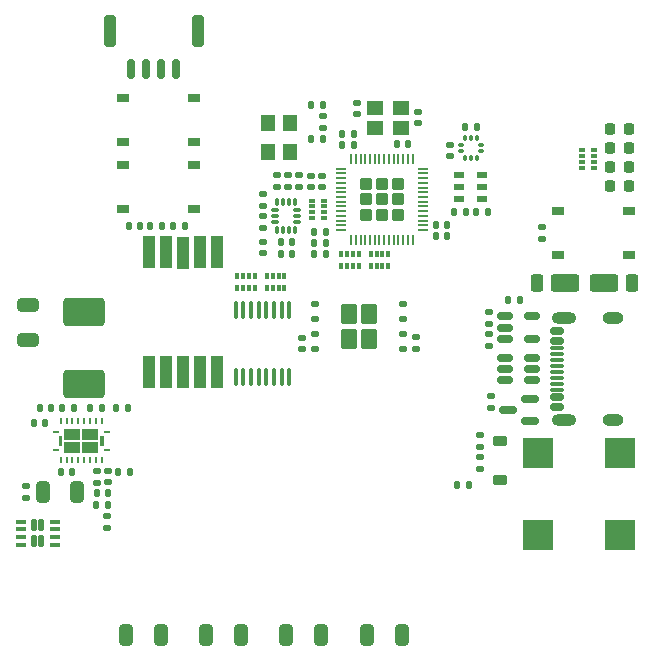
<source format=gbr>
%TF.GenerationSoftware,KiCad,Pcbnew,8.0.9-8.0.9-0~ubuntu24.04.1*%
%TF.CreationDate,2025-04-13T18:50:20+05:00*%
%TF.ProjectId,ThetaAnomalain,54686574-6141-46e6-9f6d-616c61696e2e,rev?*%
%TF.SameCoordinates,Original*%
%TF.FileFunction,Paste,Top*%
%TF.FilePolarity,Positive*%
%FSLAX46Y46*%
G04 Gerber Fmt 4.6, Leading zero omitted, Abs format (unit mm)*
G04 Created by KiCad (PCBNEW 8.0.9-8.0.9-0~ubuntu24.04.1) date 2025-04-13 18:50:20*
%MOMM*%
%LPD*%
G01*
G04 APERTURE LIST*
G04 Aperture macros list*
%AMRoundRect*
0 Rectangle with rounded corners*
0 $1 Rounding radius*
0 $2 $3 $4 $5 $6 $7 $8 $9 X,Y pos of 4 corners*
0 Add a 4 corners polygon primitive as box body*
4,1,4,$2,$3,$4,$5,$6,$7,$8,$9,$2,$3,0*
0 Add four circle primitives for the rounded corners*
1,1,$1+$1,$2,$3*
1,1,$1+$1,$4,$5*
1,1,$1+$1,$6,$7*
1,1,$1+$1,$8,$9*
0 Add four rect primitives between the rounded corners*
20,1,$1+$1,$2,$3,$4,$5,0*
20,1,$1+$1,$4,$5,$6,$7,0*
20,1,$1+$1,$6,$7,$8,$9,0*
20,1,$1+$1,$8,$9,$2,$3,0*%
G04 Aperture macros list end*
%ADD10C,0.000000*%
%ADD11RoundRect,0.218750X0.218750X0.256250X-0.218750X0.256250X-0.218750X-0.256250X0.218750X-0.256250X0*%
%ADD12RoundRect,0.135000X-0.185000X0.135000X-0.185000X-0.135000X0.185000X-0.135000X0.185000X0.135000X0*%
%ADD13O,0.599999X0.240000*%
%ADD14O,0.240000X0.599999*%
%ADD15RoundRect,0.135000X0.185000X-0.135000X0.185000X0.135000X-0.185000X0.135000X-0.185000X-0.135000X0*%
%ADD16RoundRect,0.250000X-0.325000X-0.650000X0.325000X-0.650000X0.325000X0.650000X-0.325000X0.650000X0*%
%ADD17R,1.000000X0.750000*%
%ADD18RoundRect,0.225000X-0.375000X0.225000X-0.375000X-0.225000X0.375000X-0.225000X0.375000X0.225000X0*%
%ADD19RoundRect,0.135000X-0.135000X-0.185000X0.135000X-0.185000X0.135000X0.185000X-0.135000X0.185000X0*%
%ADD20RoundRect,0.135000X0.135000X0.185000X-0.135000X0.185000X-0.135000X-0.185000X0.135000X-0.185000X0*%
%ADD21RoundRect,0.100000X-0.100000X0.637500X-0.100000X-0.637500X0.100000X-0.637500X0.100000X0.637500X0*%
%ADD22RoundRect,0.150000X0.587500X0.150000X-0.587500X0.150000X-0.587500X-0.150000X0.587500X-0.150000X0*%
%ADD23RoundRect,0.140000X0.140000X0.170000X-0.140000X0.170000X-0.140000X-0.170000X0.140000X-0.170000X0*%
%ADD24RoundRect,0.250000X-1.500000X0.925000X-1.500000X-0.925000X1.500000X-0.925000X1.500000X0.925000X0*%
%ADD25RoundRect,0.147500X0.172500X-0.147500X0.172500X0.147500X-0.172500X0.147500X-0.172500X-0.147500X0*%
%ADD26RoundRect,0.140000X0.170000X-0.140000X0.170000X0.140000X-0.170000X0.140000X-0.170000X-0.140000X0*%
%ADD27RoundRect,0.140000X-0.170000X0.140000X-0.170000X-0.140000X0.170000X-0.140000X0.170000X0.140000X0*%
%ADD28RoundRect,0.140000X-0.140000X-0.170000X0.140000X-0.170000X0.140000X0.170000X-0.140000X0.170000X0*%
%ADD29R,1.200000X1.400000*%
%ADD30R,1.000000X2.800000*%
%ADD31R,0.400000X0.500000*%
%ADD32R,0.300000X0.500000*%
%ADD33RoundRect,0.000000X-0.400000X-0.250000X0.400000X-0.250000X0.400000X0.250000X-0.400000X0.250000X0*%
%ADD34RoundRect,0.250000X0.650000X-0.325000X0.650000X0.325000X-0.650000X0.325000X-0.650000X-0.325000X0*%
%ADD35R,0.500000X0.400000*%
%ADD36R,0.500000X0.300000*%
%ADD37R,2.500000X2.500000*%
%ADD38RoundRect,0.087500X-0.087500X0.225000X-0.087500X-0.225000X0.087500X-0.225000X0.087500X0.225000X0*%
%ADD39RoundRect,0.087500X-0.225000X0.087500X-0.225000X-0.087500X0.225000X-0.087500X0.225000X0.087500X0*%
%ADD40RoundRect,0.150000X0.150000X0.700000X-0.150000X0.700000X-0.150000X-0.700000X0.150000X-0.700000X0*%
%ADD41RoundRect,0.250000X0.250000X1.100000X-0.250000X1.100000X-0.250000X-1.100000X0.250000X-1.100000X0*%
%ADD42RoundRect,0.150000X-0.512500X-0.150000X0.512500X-0.150000X0.512500X0.150000X-0.512500X0.150000X0*%
%ADD43R,1.400000X1.200000*%
%ADD44RoundRect,0.125000X-0.125000X-0.420000X0.125000X-0.420000X0.125000X0.420000X-0.125000X0.420000X0*%
%ADD45RoundRect,0.075000X-0.362500X-0.075000X0.362500X-0.075000X0.362500X0.075000X-0.362500X0.075000X0*%
%ADD46RoundRect,0.150000X0.512500X0.150000X-0.512500X0.150000X-0.512500X-0.150000X0.512500X-0.150000X0*%
%ADD47RoundRect,0.250000X-0.285000X-0.285000X0.285000X-0.285000X0.285000X0.285000X-0.285000X0.285000X0*%
%ADD48RoundRect,0.050000X-0.350000X-0.050000X0.350000X-0.050000X0.350000X0.050000X-0.350000X0.050000X0*%
%ADD49RoundRect,0.050000X-0.050000X-0.350000X0.050000X-0.350000X0.050000X0.350000X-0.050000X0.350000X0*%
%ADD50RoundRect,0.250000X0.435000X0.615000X-0.435000X0.615000X-0.435000X-0.615000X0.435000X-0.615000X0*%
%ADD51RoundRect,0.125000X0.200000X0.125000X-0.200000X0.125000X-0.200000X-0.125000X0.200000X-0.125000X0*%
%ADD52RoundRect,0.250000X-0.950000X-0.500000X0.950000X-0.500000X0.950000X0.500000X-0.950000X0.500000X0*%
%ADD53RoundRect,0.250000X-0.275000X-0.500000X0.275000X-0.500000X0.275000X0.500000X-0.275000X0.500000X0*%
%ADD54RoundRect,0.250000X0.950000X0.500000X-0.950000X0.500000X-0.950000X-0.500000X0.950000X-0.500000X0*%
%ADD55RoundRect,0.250000X0.275000X0.500000X-0.275000X0.500000X-0.275000X-0.500000X0.275000X-0.500000X0*%
%ADD56RoundRect,0.045000X0.205000X-0.105000X0.205000X0.105000X-0.205000X0.105000X-0.205000X-0.105000X0*%
%ADD57RoundRect,0.045000X0.105000X-0.205000X0.105000X0.205000X-0.105000X0.205000X-0.105000X-0.205000X0*%
%ADD58RoundRect,0.150000X0.425000X-0.150000X0.425000X0.150000X-0.425000X0.150000X-0.425000X-0.150000X0*%
%ADD59RoundRect,0.075000X0.500000X-0.075000X0.500000X0.075000X-0.500000X0.075000X-0.500000X-0.075000X0*%
%ADD60O,2.100000X1.000000*%
%ADD61O,1.800000X1.000000*%
%ADD62RoundRect,0.250000X0.325000X0.650000X-0.325000X0.650000X-0.325000X-0.650000X0.325000X-0.650000X0*%
G04 APERTURE END LIST*
D10*
%TO.C,U2*%
G36*
X78722003Y-110990081D02*
G01*
X78425004Y-110990081D01*
X78425004Y-110210080D01*
X78722003Y-110210080D01*
X78722003Y-110990081D01*
G37*
G36*
X80250004Y-111616999D02*
G01*
X78922003Y-111616999D01*
X78922003Y-110699998D01*
X80250004Y-110699998D01*
X80250004Y-111616999D01*
G37*
G36*
X80250004Y-110499998D02*
G01*
X78922003Y-110499998D01*
X78922003Y-109582997D01*
X80250004Y-109582997D01*
X80250004Y-110499998D01*
G37*
G36*
X81778002Y-111616999D02*
G01*
X80450001Y-111616999D01*
X80450001Y-110699998D01*
X81778002Y-110699998D01*
X81778002Y-111616999D01*
G37*
G36*
X81778002Y-110499998D02*
G01*
X80450001Y-110499998D01*
X80450001Y-109582997D01*
X81778002Y-109582997D01*
X81778002Y-110499998D01*
G37*
G36*
X82275001Y-110990081D02*
G01*
X81978001Y-110990081D01*
X81978001Y-110210080D01*
X82275001Y-110210080D01*
X82275001Y-110990081D01*
G37*
%TD*%
D11*
%TO.C,D8*%
X126687500Y-89000000D03*
X125112500Y-89000000D03*
%TD*%
D12*
%TO.C,R5*%
X81650000Y-113130080D03*
X81650000Y-114150080D03*
%TD*%
D13*
%TO.C,U2*%
X82500002Y-109850078D03*
D14*
X82099921Y-108949999D03*
X81599922Y-108949999D03*
X81099921Y-108949999D03*
X80599922Y-108949999D03*
X80099923Y-108949999D03*
X79599921Y-108949999D03*
X79099922Y-108949999D03*
X78599921Y-108949999D03*
D13*
X78200000Y-109850078D03*
X78200000Y-111350080D03*
D14*
X78599921Y-112249997D03*
X79099922Y-112249997D03*
X79599921Y-112249997D03*
X80099923Y-112249997D03*
X80599922Y-112249997D03*
X81099921Y-112249997D03*
X81599922Y-112249997D03*
X82099921Y-112249997D03*
D13*
X82500002Y-111350080D03*
%TD*%
D15*
%TO.C,R6*%
X114850000Y-102560000D03*
X114850000Y-101540000D03*
%TD*%
D16*
%TO.C,C29*%
X90925000Y-127000000D03*
X93875000Y-127000000D03*
%TD*%
D17*
%TO.C,SW3*%
X89900000Y-85275000D03*
X83900000Y-85275000D03*
X89900000Y-81525000D03*
X83900000Y-81525000D03*
%TD*%
D18*
%TO.C,D3*%
X115800000Y-110650000D03*
X115800000Y-113950000D03*
%TD*%
D19*
%TO.C,R7*%
X83490000Y-113250080D03*
X84510000Y-113250080D03*
%TD*%
D15*
%TO.C,R9*%
X114100000Y-113010000D03*
X114100000Y-111990000D03*
%TD*%
D20*
%TO.C,R13*%
X113200000Y-114350000D03*
X112180000Y-114350000D03*
%TD*%
D16*
%TO.C,C30*%
X97725000Y-127000000D03*
X100675000Y-127000000D03*
%TD*%
D17*
%TO.C,SW2*%
X89900000Y-90975000D03*
X83900000Y-90975000D03*
X89900000Y-87225000D03*
X83900000Y-87225000D03*
%TD*%
D21*
%TO.C,U9*%
X97975000Y-99475000D03*
X97325000Y-99475000D03*
X96675000Y-99475000D03*
X96025000Y-99475000D03*
X95375000Y-99475000D03*
X94725000Y-99475000D03*
X94075000Y-99475000D03*
X93425000Y-99475000D03*
X93425000Y-105200000D03*
X94075000Y-105200000D03*
X94725000Y-105200000D03*
X95375000Y-105200000D03*
X96025000Y-105200000D03*
X96675000Y-105200000D03*
X97325000Y-105200000D03*
X97975000Y-105200000D03*
%TD*%
D15*
%TO.C,R14*%
X115000000Y-107800000D03*
X115000000Y-106780000D03*
%TD*%
D12*
%TO.C,R8*%
X114100000Y-110090000D03*
X114100000Y-111110000D03*
%TD*%
D22*
%TO.C,Q1*%
X118337500Y-108950000D03*
X118337500Y-107050000D03*
X116462500Y-108000000D03*
%TD*%
D23*
%TO.C,C32*%
X79580000Y-113250080D03*
X78620000Y-113250080D03*
%TD*%
D24*
%TO.C,L2*%
X80600000Y-99725000D03*
X80600000Y-105775000D03*
%TD*%
D25*
%TO.C,L1*%
X99800000Y-89120000D03*
X99800000Y-88150000D03*
%TD*%
D26*
%TO.C,C2*%
X96900000Y-89080000D03*
X96900000Y-88120000D03*
%TD*%
D27*
%TO.C,C5*%
X100750000Y-88150000D03*
X100750000Y-89110000D03*
%TD*%
D28*
%TO.C,C1*%
X78740000Y-107850080D03*
X79700000Y-107850080D03*
%TD*%
D16*
%TO.C,C26*%
X84125000Y-127000000D03*
X87075000Y-127000000D03*
%TD*%
D28*
%TO.C,C15*%
X107040000Y-85450000D03*
X108000000Y-85450000D03*
%TD*%
D15*
%TO.C,R10*%
X95700000Y-90700000D03*
X95700000Y-89680000D03*
%TD*%
D20*
%TO.C,R12*%
X114750000Y-91200000D03*
X113730000Y-91200000D03*
%TD*%
D29*
%TO.C,Y2*%
X96150000Y-83700000D03*
X96150000Y-86100000D03*
X98050000Y-86100000D03*
X98050000Y-83700000D03*
%TD*%
D28*
%TO.C,C11*%
X102440000Y-85550000D03*
X103400000Y-85550000D03*
%TD*%
D27*
%TO.C,C37*%
X95700000Y-93770000D03*
X95700000Y-94730000D03*
%TD*%
D15*
%TO.C,R20*%
X75700000Y-115460000D03*
X75700000Y-114440000D03*
%TD*%
D30*
%TO.C,U8*%
X86120000Y-104740000D03*
X87560000Y-104730000D03*
X89000000Y-104750000D03*
X90440000Y-104740000D03*
X91880000Y-104740000D03*
X91880000Y-94640000D03*
X90440000Y-94640000D03*
X89000000Y-94650000D03*
X87560000Y-94630000D03*
X86120000Y-94640000D03*
%TD*%
D15*
%TO.C,R1*%
X82550000Y-117960000D03*
X82550000Y-116940000D03*
%TD*%
D11*
%TO.C,D7*%
X126687500Y-87400000D03*
X125112500Y-87400000D03*
%TD*%
D31*
%TO.C,RN6*%
X104850000Y-95750000D03*
D32*
X105350000Y-95750000D03*
X105850000Y-95750000D03*
D31*
X106350000Y-95750000D03*
X106350000Y-94750000D03*
D32*
X105850000Y-94750000D03*
X105350000Y-94750000D03*
D31*
X104850000Y-94750000D03*
%TD*%
D11*
%TO.C,D5*%
X126687500Y-84200000D03*
X125112500Y-84200000D03*
%TD*%
D28*
%TO.C,C20*%
X76320000Y-109050080D03*
X77280000Y-109050080D03*
%TD*%
D27*
%TO.C,C24*%
X95700000Y-91597500D03*
X95700000Y-92557500D03*
%TD*%
%TO.C,C16*%
X114850000Y-99720000D03*
X114850000Y-100680000D03*
%TD*%
D33*
%TO.C,U6*%
X112290000Y-88100000D03*
X112290000Y-89100000D03*
X112290000Y-90100000D03*
X114290000Y-90100000D03*
X114290000Y-89100000D03*
X114290000Y-88100000D03*
%TD*%
D34*
%TO.C,C9*%
X75850000Y-102075000D03*
X75850000Y-99125000D03*
%TD*%
D15*
%TO.C,R17*%
X108700000Y-102860000D03*
X108700000Y-101840000D03*
%TD*%
D20*
%TO.C,R15*%
X87210000Y-92400000D03*
X86190000Y-92400000D03*
%TD*%
D23*
%TO.C,C12*%
X117480000Y-98700000D03*
X116520000Y-98700000D03*
%TD*%
D28*
%TO.C,C6*%
X110370000Y-92300000D03*
X111330000Y-92300000D03*
%TD*%
D26*
%TO.C,C34*%
X99050000Y-102830000D03*
X99050000Y-101870000D03*
%TD*%
D28*
%TO.C,C7*%
X110370000Y-93250000D03*
X111330000Y-93250000D03*
%TD*%
D35*
%TO.C,RN1*%
X100900000Y-91750000D03*
D36*
X100900000Y-91250000D03*
X100900000Y-90750000D03*
D35*
X100900000Y-90250000D03*
X99900000Y-90250000D03*
D36*
X99900000Y-90750000D03*
X99900000Y-91250000D03*
D35*
X99900000Y-91750000D03*
%TD*%
D19*
%TO.C,R11*%
X111870000Y-91200000D03*
X112890000Y-91200000D03*
%TD*%
D20*
%TO.C,R16*%
X89100000Y-92400000D03*
X88080000Y-92400000D03*
%TD*%
D28*
%TO.C,C10*%
X102440000Y-84600000D03*
X103400000Y-84600000D03*
%TD*%
D37*
%TO.C,BZ1*%
X119000000Y-111600000D03*
X119000000Y-118600000D03*
X126000000Y-118600000D03*
X126000000Y-111600000D03*
%TD*%
D26*
%TO.C,C25*%
X111590000Y-86480000D03*
X111590000Y-85520000D03*
%TD*%
D38*
%TO.C,U5*%
X98450000Y-90387500D03*
X97950000Y-90387500D03*
X97450000Y-90387500D03*
X96950000Y-90387500D03*
D39*
X96787500Y-91050000D03*
X96787500Y-91550000D03*
X96787500Y-92050000D03*
D38*
X96950000Y-92712500D03*
X97450000Y-92712500D03*
X97950000Y-92712500D03*
X98450000Y-92712500D03*
D39*
X98612500Y-92050000D03*
X98612500Y-91550000D03*
X98612500Y-91050000D03*
%TD*%
D40*
%TO.C,J2*%
X88350000Y-79100000D03*
X87100000Y-79100000D03*
X85850000Y-79100000D03*
X84600000Y-79100000D03*
D41*
X90200000Y-75900000D03*
X82750000Y-75900000D03*
%TD*%
D42*
%TO.C,U1*%
X116262500Y-100050000D03*
X116262500Y-101000000D03*
X116262500Y-101950000D03*
X118537500Y-101950000D03*
X118537500Y-100050000D03*
%TD*%
D23*
%TO.C,C8*%
X101030000Y-94800000D03*
X100070000Y-94800000D03*
%TD*%
D28*
%TO.C,C19*%
X83320000Y-107850080D03*
X84280000Y-107850080D03*
%TD*%
D43*
%TO.C,Y1*%
X107380000Y-82385000D03*
X105180000Y-82385000D03*
X105180000Y-84085000D03*
X107380000Y-84085000D03*
%TD*%
D12*
%TO.C,R4*%
X119400000Y-92490000D03*
X119400000Y-93510000D03*
%TD*%
D17*
%TO.C,SW1*%
X126700000Y-94875000D03*
X120700000Y-94875000D03*
X126700000Y-91125000D03*
X120700000Y-91125000D03*
%TD*%
D28*
%TO.C,C21*%
X112860000Y-84050000D03*
X113820000Y-84050000D03*
%TD*%
D20*
%TO.C,R19*%
X101060000Y-92900000D03*
X100040000Y-92900000D03*
%TD*%
D23*
%TO.C,C33*%
X85310000Y-92400000D03*
X84350000Y-92400000D03*
%TD*%
%TO.C,C35*%
X100800000Y-85000000D03*
X99840000Y-85000000D03*
%TD*%
D31*
%TO.C,RN5*%
X93550000Y-97637500D03*
D32*
X94050000Y-97637500D03*
X94550000Y-97637500D03*
D31*
X95050000Y-97637500D03*
X95050000Y-96637500D03*
D32*
X94550000Y-96637500D03*
X94050000Y-96637500D03*
D31*
X93550000Y-96637500D03*
%TD*%
D44*
%TO.C,Q2*%
X76352500Y-117725000D03*
X76352500Y-119075000D03*
X76972500Y-117725000D03*
X76972500Y-119075000D03*
D45*
X78100000Y-117425000D03*
X78100000Y-118075000D03*
X78100000Y-118725000D03*
X78100000Y-119375000D03*
X75225000Y-117425000D03*
X75225000Y-118075000D03*
X75225000Y-118725000D03*
X75225000Y-119375000D03*
%TD*%
D46*
%TO.C,U3*%
X118537500Y-105450000D03*
X118537500Y-104500000D03*
X118537500Y-103550000D03*
X116262500Y-103550000D03*
X116262500Y-104500000D03*
X116262500Y-105450000D03*
%TD*%
D31*
%TO.C,RN4*%
X96050000Y-97637500D03*
D32*
X96550000Y-97637500D03*
X97050000Y-97637500D03*
D31*
X97550000Y-97637500D03*
X97550000Y-96637500D03*
D32*
X97050000Y-96637500D03*
X96550000Y-96637500D03*
D31*
X96050000Y-96637500D03*
%TD*%
D47*
%TO.C,U4*%
X104470000Y-88820000D03*
X104470000Y-90150000D03*
X104470000Y-91480000D03*
X105800000Y-88820000D03*
X105800000Y-90150000D03*
X105800000Y-91480000D03*
X107130000Y-88820000D03*
X107130000Y-90150000D03*
X107130000Y-91480000D03*
D48*
X102350000Y-87550000D03*
X102350000Y-87950000D03*
X102350000Y-88350000D03*
X102350000Y-88750000D03*
X102350000Y-89150000D03*
X102350000Y-89550000D03*
X102350000Y-89950000D03*
X102350000Y-90350000D03*
X102350000Y-90750000D03*
X102350000Y-91150000D03*
X102350000Y-91550000D03*
X102350000Y-91950000D03*
X102350000Y-92350000D03*
X102350000Y-92750000D03*
D49*
X103200000Y-93600000D03*
X103600000Y-93600000D03*
X104000000Y-93600000D03*
X104400000Y-93600000D03*
X104800000Y-93600000D03*
X105200000Y-93600000D03*
X105600000Y-93600000D03*
X106000000Y-93600000D03*
X106400000Y-93600000D03*
X106800000Y-93600000D03*
X107200000Y-93600000D03*
X107600000Y-93600000D03*
X108000000Y-93600000D03*
X108400000Y-93600000D03*
D48*
X109250000Y-92750000D03*
X109250000Y-92350000D03*
X109250000Y-91950000D03*
X109250000Y-91550000D03*
X109250000Y-91150000D03*
X109250000Y-90750000D03*
X109250000Y-90350000D03*
X109250000Y-89950000D03*
X109250000Y-89550000D03*
X109250000Y-89150000D03*
X109250000Y-88750000D03*
X109250000Y-88350000D03*
X109250000Y-87950000D03*
X109250000Y-87550000D03*
D49*
X108400000Y-86700000D03*
X108000000Y-86700000D03*
X107600000Y-86700000D03*
X107200000Y-86700000D03*
X106800000Y-86700000D03*
X106400000Y-86700000D03*
X106000000Y-86700000D03*
X105600000Y-86700000D03*
X105200000Y-86700000D03*
X104800000Y-86700000D03*
X104400000Y-86700000D03*
X104000000Y-86700000D03*
X103600000Y-86700000D03*
X103200000Y-86700000D03*
%TD*%
D23*
%TO.C,C13*%
X82600000Y-115050080D03*
X81640000Y-115050080D03*
%TD*%
D26*
%TO.C,C18*%
X82600000Y-114110080D03*
X82600000Y-113150080D03*
%TD*%
D50*
%TO.C,U10*%
X104700000Y-102000000D03*
X104700000Y-99850000D03*
X103000000Y-102000000D03*
X103000000Y-99850000D03*
D51*
X107600000Y-102830000D03*
X107600000Y-101560000D03*
X107600000Y-100290000D03*
X107600000Y-99020000D03*
X100100000Y-99020000D03*
X100100000Y-100290000D03*
X100100000Y-101560000D03*
X100100000Y-102830000D03*
%TD*%
D23*
%TO.C,C17*%
X77800000Y-107850080D03*
X76840000Y-107850080D03*
%TD*%
D28*
%TO.C,C22*%
X97220000Y-93787500D03*
X98180000Y-93787500D03*
%TD*%
D52*
%TO.C,D2*%
X121275000Y-97200000D03*
D53*
X118900000Y-97200000D03*
%TD*%
D54*
%TO.C,D1*%
X124600000Y-97200000D03*
D55*
X126975000Y-97200000D03*
%TD*%
D25*
%TO.C,L3*%
X100800000Y-84085000D03*
X100800000Y-83115000D03*
%TD*%
D56*
%TO.C,U7*%
X112469000Y-85531000D03*
X112469000Y-86031000D03*
D57*
X112840000Y-86650000D03*
X113340000Y-86650000D03*
X113840000Y-86650000D03*
D56*
X114211000Y-86031000D03*
X114211000Y-85531000D03*
D57*
X113840000Y-84912000D03*
X113340000Y-84912000D03*
X112840000Y-84912000D03*
%TD*%
D28*
%TO.C,C23*%
X97220000Y-94737500D03*
X98180000Y-94737500D03*
%TD*%
D31*
%TO.C,RN3*%
X103850000Y-94750000D03*
D32*
X103350000Y-94750000D03*
X102850000Y-94750000D03*
D31*
X102350000Y-94750000D03*
X102350000Y-95750000D03*
D32*
X102850000Y-95750000D03*
X103350000Y-95750000D03*
D31*
X103850000Y-95750000D03*
%TD*%
D58*
%TO.C,J1*%
X120620000Y-107700000D03*
X120620000Y-106900000D03*
D59*
X120620000Y-105750000D03*
X120620000Y-104750000D03*
X120620000Y-104250000D03*
X120620000Y-103250000D03*
D58*
X120620000Y-102100000D03*
X120620000Y-101300000D03*
X120620000Y-101300000D03*
X120620000Y-102100000D03*
D59*
X120620000Y-102750000D03*
X120620000Y-103750000D03*
X120620000Y-105250000D03*
X120620000Y-106250000D03*
D58*
X120620000Y-106900000D03*
X120620000Y-107700000D03*
D60*
X121195000Y-108820000D03*
D61*
X125375000Y-108820000D03*
D60*
X121195000Y-100180000D03*
D61*
X125375000Y-100180000D03*
%TD*%
D23*
%TO.C,C36*%
X100780000Y-82200000D03*
X99820000Y-82200000D03*
%TD*%
D19*
%TO.C,R18*%
X100040000Y-93850000D03*
X101060000Y-93850000D03*
%TD*%
D16*
%TO.C,C31*%
X104525000Y-127000000D03*
X107475000Y-127000000D03*
%TD*%
D19*
%TO.C,R3*%
X81580000Y-116000080D03*
X82600000Y-116000080D03*
%TD*%
D35*
%TO.C,RN2*%
X123750000Y-87500000D03*
D36*
X123750000Y-87000000D03*
X123750000Y-86500000D03*
D35*
X123750000Y-86000000D03*
X122750000Y-86000000D03*
D36*
X122750000Y-86500000D03*
X122750000Y-87000000D03*
D35*
X122750000Y-87500000D03*
%TD*%
D26*
%TO.C,C4*%
X98800000Y-89080000D03*
X98800000Y-88120000D03*
%TD*%
D19*
%TO.C,R2*%
X81090000Y-107850080D03*
X82110000Y-107850080D03*
%TD*%
D62*
%TO.C,C14*%
X80025000Y-114950080D03*
X77075000Y-114950080D03*
%TD*%
D26*
%TO.C,C3*%
X97850000Y-89080000D03*
X97850000Y-88120000D03*
%TD*%
D11*
%TO.C,D6*%
X126687500Y-85800000D03*
X125112500Y-85800000D03*
%TD*%
D26*
%TO.C,C27*%
X103680000Y-82945000D03*
X103680000Y-81985000D03*
%TD*%
D27*
%TO.C,C28*%
X108880000Y-82755000D03*
X108880000Y-83715000D03*
%TD*%
M02*

</source>
